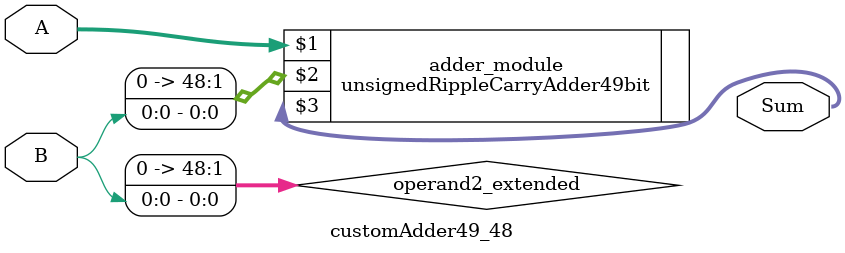
<source format=v>
module customAdder49_48(
                        input [48 : 0] A,
                        input [0 : 0] B,
                        
                        output [49 : 0] Sum
                );

        wire [48 : 0] operand2_extended;
        
        assign operand2_extended =  {48'b0, B};
        
        unsignedRippleCarryAdder49bit adder_module(
            A,
            operand2_extended,
            Sum
        );
        
        endmodule
        
</source>
